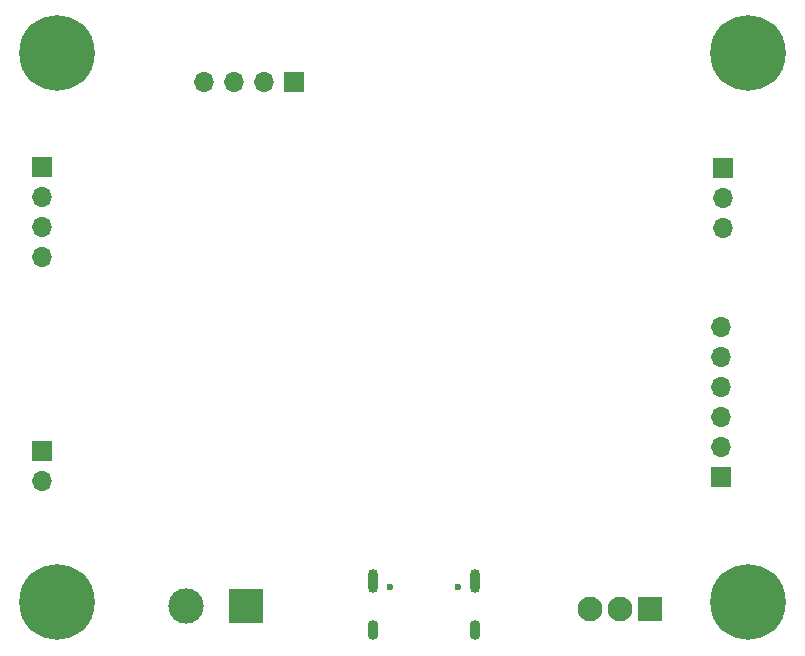
<source format=gbr>
%TF.GenerationSoftware,KiCad,Pcbnew,8.0.1*%
%TF.CreationDate,2024-04-06T00:37:26+05:30*%
%TF.ProjectId,Project,50726f6a-6563-4742-9e6b-696361645f70,rev?*%
%TF.SameCoordinates,Original*%
%TF.FileFunction,Soldermask,Bot*%
%TF.FilePolarity,Negative*%
%FSLAX46Y46*%
G04 Gerber Fmt 4.6, Leading zero omitted, Abs format (unit mm)*
G04 Created by KiCad (PCBNEW 8.0.1) date 2024-04-06 00:37:26*
%MOMM*%
%LPD*%
G01*
G04 APERTURE LIST*
%ADD10R,3.000000X3.000000*%
%ADD11C,3.000000*%
%ADD12C,0.800000*%
%ADD13C,6.400000*%
%ADD14R,1.700000X1.700000*%
%ADD15O,1.700000X1.700000*%
%ADD16C,0.600000*%
%ADD17O,0.900000X2.000000*%
%ADD18O,0.900000X1.700000*%
%ADD19R,2.100000X2.100000*%
%ADD20C,2.100000*%
G04 APERTURE END LIST*
D10*
%TO.C,J2*%
X68715000Y-79200000D03*
D11*
X63635000Y-79200000D03*
%TD*%
D12*
%TO.C,H1*%
X50275000Y-32350000D03*
X50977944Y-30652944D03*
X50977944Y-34047056D03*
X52675000Y-29950000D03*
D13*
X52675000Y-32350000D03*
D12*
X52675000Y-34750000D03*
X54372056Y-30652944D03*
X54372056Y-34047056D03*
X55075000Y-32350000D03*
%TD*%
%TO.C,H2*%
X50275000Y-78850000D03*
X50977944Y-77152944D03*
X50977944Y-80547056D03*
X52675000Y-76450000D03*
D13*
X52675000Y-78850000D03*
D12*
X52675000Y-81250000D03*
X54372056Y-77152944D03*
X54372056Y-80547056D03*
X55075000Y-78850000D03*
%TD*%
D14*
%TO.C,J3*%
X51375000Y-42050000D03*
D15*
X51375000Y-44590000D03*
X51375000Y-47130000D03*
X51375000Y-49670000D03*
%TD*%
D16*
%TO.C,J1*%
X80860000Y-77550000D03*
X86640000Y-77550000D03*
D17*
X79430000Y-77070000D03*
D18*
X79430000Y-81240000D03*
D17*
X88070000Y-77070000D03*
D18*
X88070000Y-81240000D03*
%TD*%
D19*
%TO.C,J5*%
X102915000Y-79450000D03*
D20*
X100375000Y-79450000D03*
X97835000Y-79450000D03*
%TD*%
D12*
%TO.C,H3*%
X108775000Y-32350000D03*
X109477944Y-30652944D03*
X109477944Y-34047056D03*
X111175000Y-29950000D03*
D13*
X111175000Y-32350000D03*
D12*
X111175000Y-34750000D03*
X112872056Y-30652944D03*
X112872056Y-34047056D03*
X113575000Y-32350000D03*
%TD*%
D14*
%TO.C,J7*%
X108900000Y-68260000D03*
D15*
X108900000Y-65720000D03*
X108900000Y-63180000D03*
X108900000Y-60640000D03*
X108900000Y-58100000D03*
X108900000Y-55560000D03*
%TD*%
D14*
%TO.C,J9*%
X51425000Y-66025000D03*
D15*
X51425000Y-68565000D03*
%TD*%
D12*
%TO.C,H4*%
X108775000Y-78850000D03*
X109477944Y-77152944D03*
X109477944Y-80547056D03*
X111175000Y-76450000D03*
D13*
X111175000Y-78850000D03*
D12*
X111175000Y-81250000D03*
X112872056Y-77152944D03*
X112872056Y-80547056D03*
X113575000Y-78850000D03*
%TD*%
D14*
%TO.C,J4*%
X109050000Y-42100000D03*
D15*
X109050000Y-44640000D03*
X109050000Y-47180000D03*
%TD*%
D14*
%TO.C,J6*%
X72705000Y-34800000D03*
D15*
X70165000Y-34800000D03*
X67625000Y-34800000D03*
X65085000Y-34800000D03*
%TD*%
M02*

</source>
